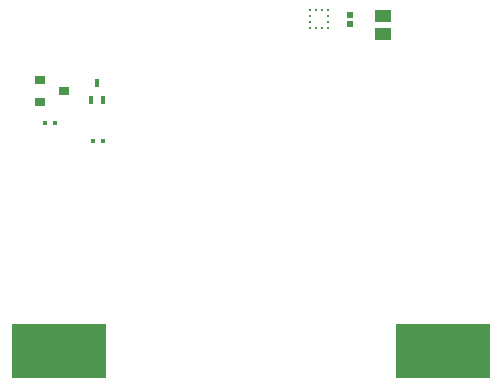
<source format=gbp>
G04*
G04 #@! TF.GenerationSoftware,Altium Limited,Altium Designer,22.7.1 (60)*
G04*
G04 Layer_Color=128*
%FSLAX25Y25*%
%MOIN*%
G70*
G04*
G04 #@! TF.SameCoordinates,F12143AB-E3BC-440E-ABAB-C55E8F116B8D*
G04*
G04*
G04 #@! TF.FilePolarity,Positive*
G04*
G01*
G75*
%ADD23R,0.02047X0.02047*%
%ADD24R,0.05512X0.04331*%
%ADD61R,0.31500X0.18000*%
%ADD62R,0.01083X0.00984*%
%ADD63R,0.00984X0.01083*%
%ADD64R,0.01772X0.01772*%
%ADD65R,0.03543X0.03150*%
%ADD66R,0.01300X0.02800*%
D23*
X290000Y374075D02*
D03*
Y370925D02*
D03*
D24*
X301000Y367594D02*
D03*
Y373500D02*
D03*
D61*
X193000Y262000D02*
D03*
X321000D02*
D03*
D62*
X276498Y369547D02*
D03*
Y371516D02*
D03*
Y373484D02*
D03*
Y375453D02*
D03*
X282502D02*
D03*
Y373484D02*
D03*
Y371516D02*
D03*
Y369547D02*
D03*
D63*
X278515Y375502D02*
D03*
X280484D02*
D03*
Y369498D02*
D03*
X278515D02*
D03*
D64*
X191575Y338000D02*
D03*
X188425D02*
D03*
X204350Y332000D02*
D03*
X207500D02*
D03*
D65*
X186563Y344760D02*
D03*
Y352240D02*
D03*
X194437Y348500D02*
D03*
D66*
X205500Y351250D02*
D03*
X203532Y345750D02*
D03*
X207469D02*
D03*
M02*

</source>
